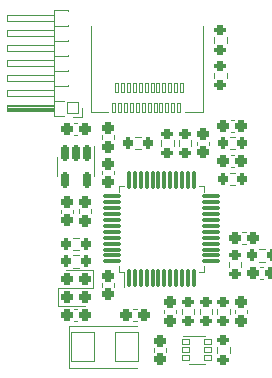
<source format=gbr>
%TF.GenerationSoftware,KiCad,Pcbnew,(6.0.7)*%
%TF.CreationDate,2022-10-03T22:21:12+02:00*%
%TF.ProjectId,k1-aioc,6b312d61-696f-4632-9e6b-696361645f70,rev?*%
%TF.SameCoordinates,Original*%
%TF.FileFunction,Legend,Top*%
%TF.FilePolarity,Positive*%
%FSLAX46Y46*%
G04 Gerber Fmt 4.6, Leading zero omitted, Abs format (unit mm)*
G04 Created by KiCad (PCBNEW (6.0.7)) date 2022-10-03 22:21:12*
%MOMM*%
%LPD*%
G01*
G04 APERTURE LIST*
G04 Aperture macros list*
%AMRoundRect*
0 Rectangle with rounded corners*
0 $1 Rounding radius*
0 $2 $3 $4 $5 $6 $7 $8 $9 X,Y pos of 4 corners*
0 Add a 4 corners polygon primitive as box body*
4,1,4,$2,$3,$4,$5,$6,$7,$8,$9,$2,$3,0*
0 Add four circle primitives for the rounded corners*
1,1,$1+$1,$2,$3*
1,1,$1+$1,$4,$5*
1,1,$1+$1,$6,$7*
1,1,$1+$1,$8,$9*
0 Add four rect primitives between the rounded corners*
20,1,$1+$1,$2,$3,$4,$5,0*
20,1,$1+$1,$4,$5,$6,$7,0*
20,1,$1+$1,$6,$7,$8,$9,0*
20,1,$1+$1,$8,$9,$2,$3,0*%
G04 Aperture macros list end*
%ADD10C,0.120000*%
%ADD11C,0.150000*%
%ADD12RoundRect,0.250000X-0.200000X-0.275000X0.200000X-0.275000X0.200000X0.275000X-0.200000X0.275000X0*%
%ADD13RoundRect,0.250000X-0.275000X0.200000X-0.275000X-0.200000X0.275000X-0.200000X0.275000X0.200000X0*%
%ADD14RoundRect,0.268750X0.218750X0.256250X-0.218750X0.256250X-0.218750X-0.256250X0.218750X-0.256250X0*%
%ADD15RoundRect,0.275000X0.225000X0.250000X-0.225000X0.250000X-0.225000X-0.250000X0.225000X-0.250000X0*%
%ADD16C,0.750000*%
%ADD17O,1.050000X0.750000*%
%ADD18RoundRect,0.050000X0.150000X0.350000X-0.150000X0.350000X-0.150000X-0.350000X0.150000X-0.350000X0*%
%ADD19O,0.900000X1.500000*%
%ADD20RoundRect,0.268750X-0.218750X-0.256250X0.218750X-0.256250X0.218750X0.256250X-0.218750X0.256250X0*%
%ADD21RoundRect,0.275000X-0.250000X0.225000X-0.250000X-0.225000X0.250000X-0.225000X0.250000X0.225000X0*%
%ADD22RoundRect,0.275000X-0.225000X-0.250000X0.225000X-0.250000X0.225000X0.250000X-0.225000X0.250000X0*%
%ADD23RoundRect,0.268750X0.256250X-0.218750X0.256250X0.218750X-0.256250X0.218750X-0.256250X-0.218750X0*%
%ADD24RoundRect,0.125000X0.075000X-0.662500X0.075000X0.662500X-0.075000X0.662500X-0.075000X-0.662500X0*%
%ADD25RoundRect,0.125000X0.662500X-0.075000X0.662500X0.075000X-0.662500X0.075000X-0.662500X-0.075000X0*%
%ADD26RoundRect,0.250000X0.200000X0.275000X-0.200000X0.275000X-0.200000X-0.275000X0.200000X-0.275000X0*%
%ADD27RoundRect,0.275000X0.250000X-0.225000X0.250000X0.225000X-0.250000X0.225000X-0.250000X-0.225000X0*%
%ADD28RoundRect,0.050000X-0.325000X-0.200000X0.325000X-0.200000X0.325000X0.200000X-0.325000X0.200000X0*%
%ADD29O,1.100000X1.100000*%
%ADD30RoundRect,0.050000X0.500000X0.500000X-0.500000X0.500000X-0.500000X-0.500000X0.500000X-0.500000X0*%
%ADD31RoundRect,0.200000X-0.150000X0.512500X-0.150000X-0.512500X0.150000X-0.512500X0.150000X0.512500X0*%
%ADD32RoundRect,0.268750X-0.256250X0.218750X-0.256250X-0.218750X0.256250X-0.218750X0.256250X0.218750X0*%
%ADD33RoundRect,0.050000X-1.000000X-1.200000X1.000000X-1.200000X1.000000X1.200000X-1.000000X1.200000X0*%
%ADD34RoundRect,0.250000X0.275000X-0.200000X0.275000X0.200000X-0.275000X0.200000X-0.275000X-0.200000X0*%
G04 APERTURE END LIST*
D10*
%TO.C,R1*%
X110512742Y-91477500D02*
X110987258Y-91477500D01*
X110512742Y-92522500D02*
X110987258Y-92522500D01*
%TO.C,R2*%
X119522500Y-102012742D02*
X119522500Y-102487258D01*
X118477500Y-102012742D02*
X118477500Y-102487258D01*
%TO.C,D2*%
X106985000Y-104235000D02*
X106985000Y-102765000D01*
X104700000Y-104235000D02*
X106985000Y-104235000D01*
X106985000Y-102765000D02*
X104700000Y-102765000D01*
%TO.C,C11*%
X118890580Y-94010000D02*
X118609420Y-94010000D01*
X118890580Y-92990000D02*
X118609420Y-92990000D01*
%TO.C,R15*%
X105262742Y-102522500D02*
X105737258Y-102522500D01*
X105262742Y-101477500D02*
X105737258Y-101477500D01*
%TO.C,J1*%
X116250000Y-89370000D02*
X114750000Y-89370000D01*
X116250000Y-89370000D02*
X116250000Y-82110000D01*
X108250000Y-89370000D02*
X106750000Y-89370000D01*
X106750000Y-89370000D02*
X106750000Y-82110000D01*
%TO.C,C1*%
X105640580Y-105990000D02*
X105359420Y-105990000D01*
X105640580Y-107010000D02*
X105359420Y-107010000D01*
%TO.C,D1*%
X106300000Y-104265000D02*
X104015000Y-104265000D01*
X104015000Y-104265000D02*
X104015000Y-105735000D01*
X104015000Y-105735000D02*
X106300000Y-105735000D01*
%TO.C,C9*%
X112990000Y-106109420D02*
X112990000Y-106390580D01*
X114010000Y-106109420D02*
X114010000Y-106390580D01*
%TO.C,C12*%
X121109420Y-103510000D02*
X121390580Y-103510000D01*
X121109420Y-102490000D02*
X121390580Y-102490000D01*
%TO.C,R13*%
X117477500Y-109262742D02*
X117477500Y-109737258D01*
X118522500Y-109262742D02*
X118522500Y-109737258D01*
%TO.C,FB2*%
X108760000Y-91662779D02*
X108760000Y-91337221D01*
X107740000Y-91662779D02*
X107740000Y-91337221D01*
%TO.C,R8*%
X115272500Y-91762742D02*
X115272500Y-92237258D01*
X114227500Y-91762742D02*
X114227500Y-92237258D01*
%TO.C,R11*%
X117022500Y-106012742D02*
X117022500Y-106487258D01*
X115977500Y-106012742D02*
X115977500Y-106487258D01*
%TO.C,R9*%
X112727500Y-91762742D02*
X112727500Y-92237258D01*
X113772500Y-91762742D02*
X113772500Y-92237258D01*
%TO.C,U2*%
X116360000Y-102410000D02*
X116360000Y-102860000D01*
X109140000Y-102860000D02*
X109590000Y-102860000D01*
X116360000Y-102860000D02*
X115910000Y-102860000D01*
X109140000Y-102410000D02*
X109140000Y-102860000D01*
X116360000Y-96090000D02*
X116360000Y-95640000D01*
X109590000Y-102860000D02*
X109590000Y-104150000D01*
X109140000Y-95640000D02*
X109590000Y-95640000D01*
X116360000Y-95640000D02*
X115910000Y-95640000D01*
X109140000Y-96090000D02*
X109140000Y-95640000D01*
%TO.C,C6*%
X105640580Y-91260000D02*
X105359420Y-91260000D01*
X105640580Y-90240000D02*
X105359420Y-90240000D01*
%TO.C,R4*%
X121487258Y-100977500D02*
X121012742Y-100977500D01*
X121487258Y-102022500D02*
X121012742Y-102022500D01*
%TO.C,C3*%
X105260000Y-97609420D02*
X105260000Y-97890580D01*
X104240000Y-97609420D02*
X104240000Y-97890580D01*
%TO.C,C2*%
X110359420Y-105990000D02*
X110640580Y-105990000D01*
X110359420Y-107010000D02*
X110640580Y-107010000D01*
%TO.C,R10*%
X115522500Y-106012742D02*
X115522500Y-106487258D01*
X114477500Y-106012742D02*
X114477500Y-106487258D01*
%TO.C,C4*%
X107740000Y-94640580D02*
X107740000Y-94359420D01*
X108760000Y-94640580D02*
X108760000Y-94359420D01*
%TO.C,Q1*%
X116450000Y-108340000D02*
X114550000Y-108340000D01*
X115050000Y-110660000D02*
X116450000Y-110660000D01*
%TO.C,C14*%
X118609420Y-89990000D02*
X118890580Y-89990000D01*
X118609420Y-91010000D02*
X118890580Y-91010000D01*
%TO.C,R5*%
X118987258Y-91477500D02*
X118512742Y-91477500D01*
X118987258Y-92522500D02*
X118512742Y-92522500D01*
%TO.C,C15*%
X113110000Y-109359420D02*
X113110000Y-109640580D01*
X112090000Y-109359420D02*
X112090000Y-109640580D01*
%TO.C,C7*%
X119609420Y-99490000D02*
X119890580Y-99490000D01*
X119609420Y-100510000D02*
X119890580Y-100510000D01*
%TO.C,J2*%
X103690000Y-88980000D02*
X99690000Y-88980000D01*
X103690000Y-88860000D02*
X99690000Y-88860000D01*
X103690000Y-89220000D02*
X99690000Y-89220000D01*
X104810000Y-82050323D02*
X104810000Y-82019677D01*
X99690000Y-88760000D02*
X103690000Y-88760000D01*
X99690000Y-89280000D02*
X99690000Y-88760000D01*
X103690000Y-88010000D02*
X99690000Y-88010000D01*
X99690000Y-87490000D02*
X103690000Y-87490000D01*
X99690000Y-83680000D02*
X103690000Y-83680000D01*
X106010000Y-89780000D02*
X105250000Y-89780000D01*
X99690000Y-81140000D02*
X103690000Y-81140000D01*
X104490000Y-88385000D02*
X103690000Y-88385000D01*
X104810000Y-83320323D02*
X104810000Y-83289677D01*
X103690000Y-89100000D02*
X99690000Y-89100000D01*
X99690000Y-82410000D02*
X103690000Y-82410000D01*
X99690000Y-81660000D02*
X99690000Y-81140000D01*
X103690000Y-84200000D02*
X99690000Y-84200000D01*
X104810000Y-85845000D02*
X103690000Y-85845000D01*
X104810000Y-87115000D02*
X103690000Y-87115000D01*
X104810000Y-87130323D02*
X104810000Y-87099677D01*
X99690000Y-84200000D02*
X99690000Y-83680000D01*
X104810000Y-80705000D02*
X104810000Y-80780323D01*
X103690000Y-80705000D02*
X104810000Y-80705000D01*
X99690000Y-88010000D02*
X99690000Y-87490000D01*
X103690000Y-82930000D02*
X99690000Y-82930000D01*
X99690000Y-86740000D02*
X99690000Y-86220000D01*
X104810000Y-82035000D02*
X103690000Y-82035000D01*
X104810000Y-84575000D02*
X103690000Y-84575000D01*
X104490000Y-89715000D02*
X103690000Y-89715000D01*
X99690000Y-86220000D02*
X103690000Y-86220000D01*
X99690000Y-84950000D02*
X103690000Y-84950000D01*
X104810000Y-84590323D02*
X104810000Y-84559677D01*
X104810000Y-85860323D02*
X104810000Y-85829677D01*
X103690000Y-81660000D02*
X99690000Y-81660000D01*
X99690000Y-85470000D02*
X99690000Y-84950000D01*
X104810000Y-83305000D02*
X103690000Y-83305000D01*
X103690000Y-85470000D02*
X99690000Y-85470000D01*
X103690000Y-89280000D02*
X99690000Y-89280000D01*
X103690000Y-86740000D02*
X99690000Y-86740000D01*
X106010000Y-89020000D02*
X106010000Y-89780000D01*
X99690000Y-82930000D02*
X99690000Y-82410000D01*
X103690000Y-89715000D02*
X103690000Y-80705000D01*
%TO.C,C8*%
X108760000Y-103859420D02*
X108760000Y-104140580D01*
X107740000Y-103859420D02*
X107740000Y-104140580D01*
%TO.C,U1*%
X103940000Y-94000000D02*
X103940000Y-94800000D01*
X103940000Y-94000000D02*
X103940000Y-93200000D01*
X107060000Y-94000000D02*
X107060000Y-94800000D01*
X107060000Y-94000000D02*
X107060000Y-92200000D01*
%TO.C,R3*%
X118512742Y-94477500D02*
X118987258Y-94477500D01*
X118512742Y-95522500D02*
X118987258Y-95522500D01*
%TO.C,C10*%
X115740000Y-92140580D02*
X115740000Y-91859420D01*
X116760000Y-92140580D02*
X116760000Y-91859420D01*
%TO.C,R14*%
X105262742Y-99977500D02*
X105737258Y-99977500D01*
X105262742Y-101022500D02*
X105737258Y-101022500D01*
%TO.C,R6*%
X118272500Y-83012742D02*
X118272500Y-83487258D01*
X117227500Y-83012742D02*
X117227500Y-83487258D01*
%TO.C,FB1*%
X106760000Y-97587221D02*
X106760000Y-97912779D01*
X105740000Y-97587221D02*
X105740000Y-97912779D01*
%TO.C,C13*%
X118990000Y-106109420D02*
X118990000Y-106390580D01*
X120010000Y-106109420D02*
X120010000Y-106390580D01*
%TO.C,Y1*%
X104950000Y-111050000D02*
X110700000Y-111050000D01*
X110700000Y-107450000D02*
X104950000Y-107450000D01*
X104950000Y-107450000D02*
X104950000Y-111050000D01*
%TO.C,R12*%
X117477500Y-106012742D02*
X117477500Y-106487258D01*
X118522500Y-106012742D02*
X118522500Y-106487258D01*
%TO.C,R7*%
X117227500Y-86487258D02*
X117227500Y-86012742D01*
X118272500Y-86487258D02*
X118272500Y-86012742D01*
%TD*%
%LPC*%
D11*
X119500000Y-109000000D02*
X124500000Y-109000000D01*
X124500000Y-109000000D02*
X124500000Y-111000000D01*
X124500000Y-111000000D02*
X119500000Y-111000000D01*
X119500000Y-111000000D02*
X119500000Y-109000000D01*
G36*
X119500000Y-109000000D02*
G01*
X124500000Y-109000000D01*
X124500000Y-111000000D01*
X119500000Y-111000000D01*
X119500000Y-109000000D01*
G37*
X120500000Y-92000000D02*
X124500000Y-92000000D01*
X124500000Y-92000000D02*
X124500000Y-96000000D01*
X124500000Y-96000000D02*
X120500000Y-96000000D01*
X120500000Y-96000000D02*
X120500000Y-92000000D01*
G36*
X120500000Y-92000000D02*
G01*
X124500000Y-92000000D01*
X124500000Y-96000000D01*
X120500000Y-96000000D01*
X120500000Y-92000000D01*
G37*
X119500000Y-97000000D02*
X124500000Y-97000000D01*
X124500000Y-97000000D02*
X124500000Y-99000000D01*
X124500000Y-99000000D02*
X119500000Y-99000000D01*
X119500000Y-99000000D02*
X119500000Y-97000000D01*
G36*
X119500000Y-97000000D02*
G01*
X124500000Y-97000000D01*
X124500000Y-99000000D01*
X119500000Y-99000000D01*
X119500000Y-97000000D01*
G37*
X120500000Y-104000000D02*
X124500000Y-104000000D01*
X124500000Y-104000000D02*
X124500000Y-108000000D01*
X124500000Y-108000000D02*
X120500000Y-108000000D01*
X120500000Y-108000000D02*
X120500000Y-104000000D01*
G36*
X120500000Y-104000000D02*
G01*
X124500000Y-104000000D01*
X124500000Y-108000000D01*
X120500000Y-108000000D01*
X120500000Y-104000000D01*
G37*
D12*
%TO.C,R1*%
X111575000Y-92000000D03*
X109925000Y-92000000D03*
%TD*%
D13*
%TO.C,R2*%
X119000000Y-101425000D03*
X119000000Y-103075000D03*
%TD*%
D14*
%TO.C,D2*%
X106287500Y-103500000D03*
X104712500Y-103500000D03*
%TD*%
D15*
%TO.C,C11*%
X119525000Y-93500000D03*
X117975000Y-93500000D03*
%TD*%
D12*
%TO.C,R15*%
X104675000Y-102000000D03*
X106325000Y-102000000D03*
%TD*%
D16*
%TO.C,J1*%
X115100000Y-88360000D03*
D17*
X107900000Y-88360000D03*
D18*
X114250000Y-89020000D03*
X113750000Y-89020000D03*
X113250000Y-89020000D03*
X112750000Y-89020000D03*
X112250000Y-89020000D03*
X111750000Y-89020000D03*
X111250000Y-89020000D03*
X110750000Y-89020000D03*
X110250000Y-89020000D03*
X109750000Y-89020000D03*
X109250000Y-89020000D03*
X108750000Y-89020000D03*
X109000000Y-87320000D03*
X109500000Y-87320000D03*
X110000000Y-87320000D03*
X110500000Y-87320000D03*
X111000000Y-87320000D03*
X111500000Y-87320000D03*
X112000000Y-87320000D03*
X112500000Y-87320000D03*
X113000000Y-87320000D03*
X113500000Y-87320000D03*
X114000000Y-87320000D03*
X114500000Y-87320000D03*
D19*
X107370000Y-87110000D03*
X107010000Y-81160000D03*
X115630000Y-87110000D03*
X115990000Y-81160000D03*
%TD*%
D15*
%TO.C,C1*%
X106275000Y-106500000D03*
X104725000Y-106500000D03*
%TD*%
D20*
%TO.C,D1*%
X104712500Y-105000000D03*
X106287500Y-105000000D03*
%TD*%
D21*
%TO.C,C9*%
X113500000Y-105475000D03*
X113500000Y-107025000D03*
%TD*%
D22*
%TO.C,C12*%
X120475000Y-103000000D03*
X122025000Y-103000000D03*
%TD*%
D13*
%TO.C,R13*%
X118000000Y-108675000D03*
X118000000Y-110325000D03*
%TD*%
D23*
%TO.C,FB2*%
X108250000Y-92287500D03*
X108250000Y-90712500D03*
%TD*%
D13*
%TO.C,R8*%
X114750000Y-91175000D03*
X114750000Y-92825000D03*
%TD*%
%TO.C,R11*%
X116500000Y-105425000D03*
X116500000Y-107075000D03*
%TD*%
%TO.C,R9*%
X113250000Y-91175000D03*
X113250000Y-92825000D03*
%TD*%
D24*
%TO.C,U2*%
X110000000Y-103412500D03*
X110500000Y-103412500D03*
X111000000Y-103412500D03*
X111500000Y-103412500D03*
X112000000Y-103412500D03*
X112500000Y-103412500D03*
X113000000Y-103412500D03*
X113500000Y-103412500D03*
X114000000Y-103412500D03*
X114500000Y-103412500D03*
X115000000Y-103412500D03*
X115500000Y-103412500D03*
D25*
X116912500Y-102000000D03*
X116912500Y-101500000D03*
X116912500Y-101000000D03*
X116912500Y-100500000D03*
X116912500Y-100000000D03*
X116912500Y-99500000D03*
X116912500Y-99000000D03*
X116912500Y-98500000D03*
X116912500Y-98000000D03*
X116912500Y-97500000D03*
X116912500Y-97000000D03*
X116912500Y-96500000D03*
D24*
X115500000Y-95087500D03*
X115000000Y-95087500D03*
X114500000Y-95087500D03*
X114000000Y-95087500D03*
X113500000Y-95087500D03*
X113000000Y-95087500D03*
X112500000Y-95087500D03*
X112000000Y-95087500D03*
X111500000Y-95087500D03*
X111000000Y-95087500D03*
X110500000Y-95087500D03*
X110000000Y-95087500D03*
D25*
X108587500Y-96500000D03*
X108587500Y-97000000D03*
X108587500Y-97500000D03*
X108587500Y-98000000D03*
X108587500Y-98500000D03*
X108587500Y-99000000D03*
X108587500Y-99500000D03*
X108587500Y-100000000D03*
X108587500Y-100500000D03*
X108587500Y-101000000D03*
X108587500Y-101500000D03*
X108587500Y-102000000D03*
%TD*%
D15*
%TO.C,C6*%
X106275000Y-90750000D03*
X104725000Y-90750000D03*
%TD*%
D26*
%TO.C,R4*%
X122075000Y-101500000D03*
X120425000Y-101500000D03*
%TD*%
D21*
%TO.C,C3*%
X104750000Y-96975000D03*
X104750000Y-98525000D03*
%TD*%
D22*
%TO.C,C2*%
X109725000Y-106500000D03*
X111275000Y-106500000D03*
%TD*%
D13*
%TO.C,R10*%
X115000000Y-105425000D03*
X115000000Y-107075000D03*
%TD*%
D27*
%TO.C,C4*%
X108250000Y-93725000D03*
X108250000Y-95275000D03*
%TD*%
D28*
%TO.C,Q1*%
X114800000Y-108850000D03*
X114800000Y-109500000D03*
X114800000Y-110150000D03*
X116700000Y-110150000D03*
X116700000Y-109500000D03*
X116700000Y-108850000D03*
%TD*%
D22*
%TO.C,C14*%
X117975000Y-90500000D03*
X119525000Y-90500000D03*
%TD*%
D26*
%TO.C,R5*%
X119575000Y-92000000D03*
X117925000Y-92000000D03*
%TD*%
D21*
%TO.C,C15*%
X112600000Y-108725000D03*
X112600000Y-110275000D03*
%TD*%
D22*
%TO.C,C7*%
X118975000Y-100000000D03*
X120525000Y-100000000D03*
%TD*%
D29*
%TO.C,J2*%
X105250000Y-81400000D03*
X105250000Y-82670000D03*
X105250000Y-83940000D03*
X105250000Y-85210000D03*
X105250000Y-86480000D03*
X105250000Y-87750000D03*
D30*
X105250000Y-89020000D03*
%TD*%
D21*
%TO.C,C8*%
X108250000Y-103225000D03*
X108250000Y-104775000D03*
%TD*%
D31*
%TO.C,U1*%
X106450000Y-92862500D03*
X105500000Y-92862500D03*
X104550000Y-92862500D03*
X104550000Y-95137500D03*
X106450000Y-95137500D03*
%TD*%
D12*
%TO.C,R3*%
X117925000Y-95000000D03*
X119575000Y-95000000D03*
%TD*%
D27*
%TO.C,C10*%
X116250000Y-92775000D03*
X116250000Y-91225000D03*
%TD*%
D12*
%TO.C,R14*%
X104675000Y-100500000D03*
X106325000Y-100500000D03*
%TD*%
D13*
%TO.C,R6*%
X117750000Y-82425000D03*
X117750000Y-84075000D03*
%TD*%
D32*
%TO.C,FB1*%
X106250000Y-96962500D03*
X106250000Y-98537500D03*
%TD*%
D21*
%TO.C,C13*%
X119500000Y-105475000D03*
X119500000Y-107025000D03*
%TD*%
D33*
%TO.C,Y1*%
X106150000Y-109250000D03*
X109850000Y-109250000D03*
%TD*%
D13*
%TO.C,R12*%
X118000000Y-105425000D03*
X118000000Y-107075000D03*
%TD*%
D34*
%TO.C,R7*%
X117750000Y-87075000D03*
X117750000Y-85425000D03*
%TD*%
M02*

</source>
